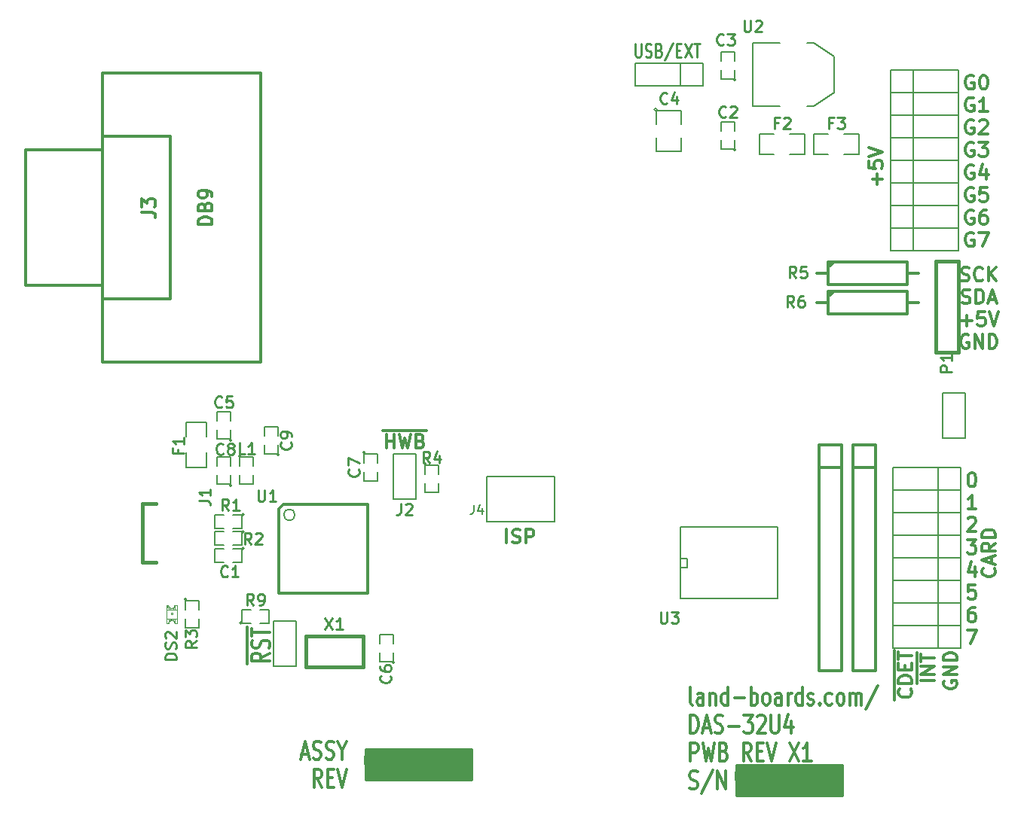
<source format=gto>
G04 (created by PCBNEW (2013-05-31 BZR 4019)-stable) date 6/28/2014 2:34:58 PM*
%MOIN*%
G04 Gerber Fmt 3.4, Leading zero omitted, Abs format*
%FSLAX34Y34*%
G01*
G70*
G90*
G04 APERTURE LIST*
%ADD10C,0.00590551*%
%ADD11C,0.012*%
%ADD12C,0.01125*%
%ADD13C,0.025*%
%ADD14C,0.015*%
%ADD15C,0.005*%
%ADD16C,0.0026*%
%ADD17C,0.004*%
%ADD18C,0.002*%
%ADD19C,0.008*%
%ADD20C,0.006*%
%ADD21C,0.01*%
G04 APERTURE END LIST*
G54D10*
G54D11*
X46514Y-43942D02*
X46514Y-43342D01*
X46771Y-43914D02*
X46857Y-43942D01*
X47000Y-43942D01*
X47057Y-43914D01*
X47085Y-43885D01*
X47114Y-43828D01*
X47114Y-43771D01*
X47085Y-43714D01*
X47057Y-43685D01*
X47000Y-43657D01*
X46885Y-43628D01*
X46828Y-43600D01*
X46800Y-43571D01*
X46771Y-43514D01*
X46771Y-43457D01*
X46800Y-43400D01*
X46828Y-43371D01*
X46885Y-43342D01*
X47028Y-43342D01*
X47114Y-43371D01*
X47371Y-43942D02*
X47371Y-43342D01*
X47600Y-43342D01*
X47657Y-43371D01*
X47685Y-43400D01*
X47714Y-43457D01*
X47714Y-43542D01*
X47685Y-43600D01*
X47657Y-43628D01*
X47600Y-43657D01*
X47371Y-43657D01*
X41185Y-39742D02*
X41185Y-39142D01*
X41185Y-39428D02*
X41528Y-39428D01*
X41528Y-39742D02*
X41528Y-39142D01*
X41757Y-39142D02*
X41900Y-39742D01*
X42014Y-39314D01*
X42128Y-39742D01*
X42271Y-39142D01*
X42700Y-39428D02*
X42785Y-39457D01*
X42814Y-39485D01*
X42842Y-39542D01*
X42842Y-39628D01*
X42814Y-39685D01*
X42785Y-39714D01*
X42728Y-39742D01*
X42500Y-39742D01*
X42500Y-39142D01*
X42700Y-39142D01*
X42757Y-39171D01*
X42785Y-39200D01*
X42814Y-39257D01*
X42814Y-39314D01*
X42785Y-39371D01*
X42757Y-39400D01*
X42700Y-39428D01*
X42500Y-39428D01*
X41042Y-38960D02*
X42957Y-38960D01*
X37442Y-53295D02*
X37728Y-53295D01*
X37385Y-53523D02*
X37585Y-52723D01*
X37785Y-53523D01*
X37957Y-53485D02*
X38042Y-53523D01*
X38185Y-53523D01*
X38242Y-53485D01*
X38271Y-53447D01*
X38299Y-53371D01*
X38299Y-53295D01*
X38271Y-53219D01*
X38242Y-53180D01*
X38185Y-53142D01*
X38071Y-53104D01*
X38014Y-53066D01*
X37985Y-53028D01*
X37957Y-52952D01*
X37957Y-52876D01*
X37985Y-52800D01*
X38014Y-52761D01*
X38071Y-52723D01*
X38214Y-52723D01*
X38299Y-52761D01*
X38528Y-53485D02*
X38614Y-53523D01*
X38757Y-53523D01*
X38814Y-53485D01*
X38842Y-53447D01*
X38871Y-53371D01*
X38871Y-53295D01*
X38842Y-53219D01*
X38814Y-53180D01*
X38757Y-53142D01*
X38642Y-53104D01*
X38585Y-53066D01*
X38557Y-53028D01*
X38528Y-52952D01*
X38528Y-52876D01*
X38557Y-52800D01*
X38585Y-52761D01*
X38642Y-52723D01*
X38785Y-52723D01*
X38871Y-52761D01*
X39242Y-53142D02*
X39242Y-53523D01*
X39042Y-52723D02*
X39242Y-53142D01*
X39442Y-52723D01*
X38328Y-54763D02*
X38128Y-54382D01*
X37985Y-54763D02*
X37985Y-53963D01*
X38214Y-53963D01*
X38271Y-54001D01*
X38300Y-54040D01*
X38328Y-54116D01*
X38328Y-54230D01*
X38300Y-54306D01*
X38271Y-54344D01*
X38214Y-54382D01*
X37985Y-54382D01*
X38585Y-54344D02*
X38785Y-54344D01*
X38871Y-54763D02*
X38585Y-54763D01*
X38585Y-53963D01*
X38871Y-53963D01*
X39042Y-53963D02*
X39242Y-54763D01*
X39442Y-53963D01*
X62914Y-28071D02*
X62914Y-27614D01*
X63142Y-27842D02*
X62685Y-27842D01*
X62542Y-27042D02*
X62542Y-27328D01*
X62828Y-27357D01*
X62800Y-27328D01*
X62771Y-27271D01*
X62771Y-27128D01*
X62800Y-27071D01*
X62828Y-27042D01*
X62885Y-27014D01*
X63028Y-27014D01*
X63085Y-27042D01*
X63114Y-27071D01*
X63142Y-27128D01*
X63142Y-27271D01*
X63114Y-27328D01*
X63085Y-27357D01*
X62542Y-26842D02*
X63142Y-26642D01*
X62542Y-26442D01*
X67166Y-23257D02*
X67106Y-23227D01*
X67017Y-23227D01*
X66927Y-23257D01*
X66868Y-23317D01*
X66838Y-23376D01*
X66808Y-23495D01*
X66808Y-23585D01*
X66838Y-23704D01*
X66868Y-23763D01*
X66927Y-23823D01*
X67017Y-23852D01*
X67076Y-23852D01*
X67166Y-23823D01*
X67195Y-23793D01*
X67195Y-23585D01*
X67076Y-23585D01*
X67582Y-23227D02*
X67642Y-23227D01*
X67701Y-23257D01*
X67731Y-23287D01*
X67761Y-23347D01*
X67791Y-23466D01*
X67791Y-23614D01*
X67761Y-23733D01*
X67731Y-23793D01*
X67701Y-23823D01*
X67642Y-23852D01*
X67582Y-23852D01*
X67523Y-23823D01*
X67493Y-23793D01*
X67463Y-23733D01*
X67433Y-23614D01*
X67433Y-23466D01*
X67463Y-23347D01*
X67493Y-23287D01*
X67523Y-23257D01*
X67582Y-23227D01*
X67166Y-24252D02*
X67106Y-24222D01*
X67017Y-24222D01*
X66927Y-24252D01*
X66868Y-24312D01*
X66838Y-24371D01*
X66808Y-24490D01*
X66808Y-24580D01*
X66838Y-24699D01*
X66868Y-24758D01*
X66927Y-24818D01*
X67017Y-24847D01*
X67076Y-24847D01*
X67166Y-24818D01*
X67195Y-24788D01*
X67195Y-24580D01*
X67076Y-24580D01*
X67791Y-24847D02*
X67433Y-24847D01*
X67612Y-24847D02*
X67612Y-24222D01*
X67552Y-24312D01*
X67493Y-24371D01*
X67433Y-24401D01*
X67166Y-25247D02*
X67106Y-25217D01*
X67017Y-25217D01*
X66927Y-25247D01*
X66868Y-25307D01*
X66838Y-25366D01*
X66808Y-25485D01*
X66808Y-25575D01*
X66838Y-25694D01*
X66868Y-25753D01*
X66927Y-25813D01*
X67017Y-25842D01*
X67076Y-25842D01*
X67166Y-25813D01*
X67195Y-25783D01*
X67195Y-25575D01*
X67076Y-25575D01*
X67433Y-25277D02*
X67463Y-25247D01*
X67523Y-25217D01*
X67672Y-25217D01*
X67731Y-25247D01*
X67761Y-25277D01*
X67791Y-25337D01*
X67791Y-25396D01*
X67761Y-25485D01*
X67404Y-25842D01*
X67791Y-25842D01*
X67166Y-26242D02*
X67106Y-26212D01*
X67017Y-26212D01*
X66927Y-26242D01*
X66868Y-26302D01*
X66838Y-26361D01*
X66808Y-26480D01*
X66808Y-26570D01*
X66838Y-26689D01*
X66868Y-26748D01*
X66927Y-26808D01*
X67017Y-26837D01*
X67076Y-26837D01*
X67166Y-26808D01*
X67195Y-26778D01*
X67195Y-26570D01*
X67076Y-26570D01*
X67404Y-26212D02*
X67791Y-26212D01*
X67582Y-26451D01*
X67672Y-26451D01*
X67731Y-26480D01*
X67761Y-26510D01*
X67791Y-26570D01*
X67791Y-26718D01*
X67761Y-26778D01*
X67731Y-26808D01*
X67672Y-26837D01*
X67493Y-26837D01*
X67433Y-26808D01*
X67404Y-26778D01*
X67166Y-27237D02*
X67106Y-27207D01*
X67017Y-27207D01*
X66927Y-27237D01*
X66868Y-27297D01*
X66838Y-27356D01*
X66808Y-27475D01*
X66808Y-27565D01*
X66838Y-27684D01*
X66868Y-27743D01*
X66927Y-27803D01*
X67017Y-27832D01*
X67076Y-27832D01*
X67166Y-27803D01*
X67195Y-27773D01*
X67195Y-27565D01*
X67076Y-27565D01*
X67731Y-27416D02*
X67731Y-27832D01*
X67582Y-27178D02*
X67433Y-27624D01*
X67820Y-27624D01*
X67166Y-28232D02*
X67106Y-28202D01*
X67017Y-28202D01*
X66927Y-28232D01*
X66868Y-28292D01*
X66838Y-28351D01*
X66808Y-28470D01*
X66808Y-28560D01*
X66838Y-28679D01*
X66868Y-28738D01*
X66927Y-28798D01*
X67017Y-28827D01*
X67076Y-28827D01*
X67166Y-28798D01*
X67195Y-28768D01*
X67195Y-28560D01*
X67076Y-28560D01*
X67761Y-28202D02*
X67463Y-28202D01*
X67433Y-28500D01*
X67463Y-28470D01*
X67523Y-28441D01*
X67672Y-28441D01*
X67731Y-28470D01*
X67761Y-28500D01*
X67791Y-28560D01*
X67791Y-28708D01*
X67761Y-28768D01*
X67731Y-28798D01*
X67672Y-28827D01*
X67523Y-28827D01*
X67463Y-28798D01*
X67433Y-28768D01*
X67166Y-29227D02*
X67106Y-29197D01*
X67017Y-29197D01*
X66927Y-29227D01*
X66868Y-29287D01*
X66838Y-29346D01*
X66808Y-29465D01*
X66808Y-29555D01*
X66838Y-29674D01*
X66868Y-29733D01*
X66927Y-29793D01*
X67017Y-29822D01*
X67076Y-29822D01*
X67166Y-29793D01*
X67195Y-29763D01*
X67195Y-29555D01*
X67076Y-29555D01*
X67731Y-29197D02*
X67612Y-29197D01*
X67552Y-29227D01*
X67523Y-29257D01*
X67463Y-29346D01*
X67433Y-29465D01*
X67433Y-29703D01*
X67463Y-29763D01*
X67493Y-29793D01*
X67552Y-29822D01*
X67672Y-29822D01*
X67731Y-29793D01*
X67761Y-29763D01*
X67791Y-29703D01*
X67791Y-29555D01*
X67761Y-29495D01*
X67731Y-29465D01*
X67672Y-29436D01*
X67552Y-29436D01*
X67493Y-29465D01*
X67463Y-29495D01*
X67433Y-29555D01*
X67166Y-30222D02*
X67106Y-30192D01*
X67017Y-30192D01*
X66927Y-30222D01*
X66868Y-30282D01*
X66838Y-30341D01*
X66808Y-30460D01*
X66808Y-30550D01*
X66838Y-30669D01*
X66868Y-30728D01*
X66927Y-30788D01*
X67017Y-30817D01*
X67076Y-30817D01*
X67166Y-30788D01*
X67195Y-30758D01*
X67195Y-30550D01*
X67076Y-30550D01*
X67404Y-30192D02*
X67820Y-30192D01*
X67552Y-30817D01*
X66628Y-32323D02*
X66714Y-32352D01*
X66857Y-32352D01*
X66914Y-32323D01*
X66942Y-32293D01*
X66971Y-32233D01*
X66971Y-32174D01*
X66942Y-32114D01*
X66914Y-32085D01*
X66857Y-32055D01*
X66742Y-32025D01*
X66685Y-31995D01*
X66657Y-31966D01*
X66628Y-31906D01*
X66628Y-31847D01*
X66657Y-31787D01*
X66685Y-31757D01*
X66742Y-31727D01*
X66885Y-31727D01*
X66971Y-31757D01*
X67571Y-32293D02*
X67542Y-32323D01*
X67457Y-32352D01*
X67400Y-32352D01*
X67314Y-32323D01*
X67257Y-32263D01*
X67228Y-32204D01*
X67200Y-32085D01*
X67200Y-31995D01*
X67228Y-31876D01*
X67257Y-31817D01*
X67314Y-31757D01*
X67400Y-31727D01*
X67457Y-31727D01*
X67542Y-31757D01*
X67571Y-31787D01*
X67828Y-32352D02*
X67828Y-31727D01*
X68171Y-32352D02*
X67914Y-31995D01*
X68171Y-31727D02*
X67828Y-32085D01*
X66671Y-33318D02*
X66757Y-33347D01*
X66900Y-33347D01*
X66957Y-33318D01*
X66985Y-33288D01*
X67014Y-33228D01*
X67014Y-33169D01*
X66985Y-33109D01*
X66957Y-33080D01*
X66900Y-33050D01*
X66785Y-33020D01*
X66728Y-32990D01*
X66700Y-32961D01*
X66671Y-32901D01*
X66671Y-32842D01*
X66700Y-32782D01*
X66728Y-32752D01*
X66785Y-32722D01*
X66928Y-32722D01*
X67014Y-32752D01*
X67271Y-33347D02*
X67271Y-32722D01*
X67414Y-32722D01*
X67500Y-32752D01*
X67557Y-32812D01*
X67585Y-32871D01*
X67614Y-32990D01*
X67614Y-33080D01*
X67585Y-33199D01*
X67557Y-33258D01*
X67500Y-33318D01*
X67414Y-33347D01*
X67271Y-33347D01*
X67842Y-33169D02*
X68128Y-33169D01*
X67785Y-33347D02*
X67985Y-32722D01*
X68185Y-33347D01*
X66628Y-34104D02*
X67085Y-34104D01*
X66857Y-34342D02*
X66857Y-33866D01*
X67657Y-33717D02*
X67371Y-33717D01*
X67342Y-34015D01*
X67371Y-33985D01*
X67428Y-33956D01*
X67571Y-33956D01*
X67628Y-33985D01*
X67657Y-34015D01*
X67685Y-34075D01*
X67685Y-34223D01*
X67657Y-34283D01*
X67628Y-34313D01*
X67571Y-34342D01*
X67428Y-34342D01*
X67371Y-34313D01*
X67342Y-34283D01*
X67857Y-33717D02*
X68057Y-34342D01*
X68257Y-33717D01*
X66942Y-34742D02*
X66885Y-34712D01*
X66800Y-34712D01*
X66714Y-34742D01*
X66657Y-34802D01*
X66628Y-34861D01*
X66600Y-34980D01*
X66600Y-35070D01*
X66628Y-35189D01*
X66657Y-35248D01*
X66714Y-35308D01*
X66800Y-35337D01*
X66857Y-35337D01*
X66942Y-35308D01*
X66971Y-35278D01*
X66971Y-35070D01*
X66857Y-35070D01*
X67228Y-35337D02*
X67228Y-34712D01*
X67571Y-35337D01*
X67571Y-34712D01*
X67857Y-35337D02*
X67857Y-34712D01*
X68000Y-34712D01*
X68085Y-34742D01*
X68142Y-34802D01*
X68171Y-34861D01*
X68200Y-34980D01*
X68200Y-35070D01*
X68171Y-35189D01*
X68142Y-35248D01*
X68085Y-35308D01*
X68000Y-35337D01*
X67857Y-35337D01*
X68085Y-45071D02*
X68114Y-45100D01*
X68142Y-45185D01*
X68142Y-45242D01*
X68114Y-45328D01*
X68057Y-45385D01*
X68000Y-45414D01*
X67885Y-45442D01*
X67800Y-45442D01*
X67685Y-45414D01*
X67628Y-45385D01*
X67571Y-45328D01*
X67542Y-45242D01*
X67542Y-45185D01*
X67571Y-45100D01*
X67600Y-45071D01*
X67971Y-44842D02*
X67971Y-44557D01*
X68142Y-44900D02*
X67542Y-44700D01*
X68142Y-44500D01*
X68142Y-43957D02*
X67857Y-44157D01*
X68142Y-44300D02*
X67542Y-44300D01*
X67542Y-44071D01*
X67571Y-44014D01*
X67600Y-43985D01*
X67657Y-43957D01*
X67742Y-43957D01*
X67800Y-43985D01*
X67828Y-44014D01*
X67857Y-44071D01*
X67857Y-44300D01*
X68142Y-43700D02*
X67542Y-43700D01*
X67542Y-43557D01*
X67571Y-43471D01*
X67628Y-43414D01*
X67685Y-43385D01*
X67800Y-43357D01*
X67885Y-43357D01*
X68000Y-43385D01*
X68057Y-43414D01*
X68114Y-43471D01*
X68142Y-43557D01*
X68142Y-43700D01*
X67070Y-40827D02*
X67129Y-40827D01*
X67189Y-40857D01*
X67219Y-40887D01*
X67248Y-40947D01*
X67278Y-41066D01*
X67278Y-41214D01*
X67248Y-41333D01*
X67219Y-41393D01*
X67189Y-41423D01*
X67129Y-41452D01*
X67070Y-41452D01*
X67010Y-41423D01*
X66980Y-41393D01*
X66951Y-41333D01*
X66921Y-41214D01*
X66921Y-41066D01*
X66951Y-40947D01*
X66980Y-40887D01*
X67010Y-40857D01*
X67070Y-40827D01*
X67278Y-42447D02*
X66921Y-42447D01*
X67100Y-42447D02*
X67100Y-41822D01*
X67040Y-41912D01*
X66980Y-41971D01*
X66921Y-42001D01*
X66921Y-42877D02*
X66951Y-42847D01*
X67010Y-42817D01*
X67159Y-42817D01*
X67219Y-42847D01*
X67248Y-42877D01*
X67278Y-42937D01*
X67278Y-42996D01*
X67248Y-43085D01*
X66891Y-43442D01*
X67278Y-43442D01*
X66891Y-43812D02*
X67278Y-43812D01*
X67070Y-44051D01*
X67159Y-44051D01*
X67219Y-44080D01*
X67248Y-44110D01*
X67278Y-44170D01*
X67278Y-44318D01*
X67248Y-44378D01*
X67219Y-44408D01*
X67159Y-44437D01*
X66980Y-44437D01*
X66921Y-44408D01*
X66891Y-44378D01*
X67219Y-45016D02*
X67219Y-45432D01*
X67070Y-44778D02*
X66921Y-45224D01*
X67308Y-45224D01*
X67248Y-45802D02*
X66951Y-45802D01*
X66921Y-46100D01*
X66951Y-46070D01*
X67010Y-46041D01*
X67159Y-46041D01*
X67219Y-46070D01*
X67248Y-46100D01*
X67278Y-46160D01*
X67278Y-46308D01*
X67248Y-46368D01*
X67219Y-46398D01*
X67159Y-46427D01*
X67010Y-46427D01*
X66951Y-46398D01*
X66921Y-46368D01*
X67219Y-46797D02*
X67100Y-46797D01*
X67040Y-46827D01*
X67010Y-46857D01*
X66951Y-46946D01*
X66921Y-47065D01*
X66921Y-47303D01*
X66951Y-47363D01*
X66980Y-47393D01*
X67040Y-47422D01*
X67159Y-47422D01*
X67219Y-47393D01*
X67248Y-47363D01*
X67278Y-47303D01*
X67278Y-47155D01*
X67248Y-47095D01*
X67219Y-47065D01*
X67159Y-47036D01*
X67040Y-47036D01*
X66980Y-47065D01*
X66951Y-47095D01*
X66921Y-47155D01*
X66891Y-47792D02*
X67308Y-47792D01*
X67040Y-48417D01*
X65871Y-50057D02*
X65842Y-50114D01*
X65842Y-50199D01*
X65871Y-50285D01*
X65928Y-50342D01*
X65985Y-50371D01*
X66100Y-50399D01*
X66185Y-50399D01*
X66300Y-50371D01*
X66357Y-50342D01*
X66414Y-50285D01*
X66442Y-50199D01*
X66442Y-50142D01*
X66414Y-50057D01*
X66385Y-50028D01*
X66185Y-50028D01*
X66185Y-50142D01*
X66442Y-49771D02*
X65842Y-49771D01*
X66442Y-49428D01*
X65842Y-49428D01*
X66442Y-49142D02*
X65842Y-49142D01*
X65842Y-49000D01*
X65871Y-48914D01*
X65928Y-48857D01*
X65985Y-48828D01*
X66100Y-48800D01*
X66185Y-48800D01*
X66300Y-48828D01*
X66357Y-48857D01*
X66414Y-48914D01*
X66442Y-49000D01*
X66442Y-49142D01*
X65442Y-50042D02*
X64842Y-50042D01*
X65442Y-49757D02*
X64842Y-49757D01*
X65442Y-49414D01*
X64842Y-49414D01*
X64842Y-49214D02*
X64842Y-48871D01*
X65442Y-49042D02*
X64842Y-49042D01*
X64660Y-50185D02*
X64660Y-48814D01*
X64385Y-50414D02*
X64414Y-50442D01*
X64442Y-50528D01*
X64442Y-50585D01*
X64414Y-50671D01*
X64357Y-50728D01*
X64300Y-50757D01*
X64185Y-50785D01*
X64100Y-50785D01*
X63985Y-50757D01*
X63928Y-50728D01*
X63871Y-50671D01*
X63842Y-50585D01*
X63842Y-50528D01*
X63871Y-50442D01*
X63900Y-50414D01*
X64442Y-50157D02*
X63842Y-50157D01*
X63842Y-50014D01*
X63871Y-49928D01*
X63928Y-49871D01*
X63985Y-49842D01*
X64100Y-49814D01*
X64185Y-49814D01*
X64300Y-49842D01*
X64357Y-49871D01*
X64414Y-49928D01*
X64442Y-50014D01*
X64442Y-50157D01*
X64128Y-49557D02*
X64128Y-49357D01*
X64442Y-49271D02*
X64442Y-49557D01*
X63842Y-49557D01*
X63842Y-49271D01*
X63842Y-49100D02*
X63842Y-48757D01*
X64442Y-48928D02*
X63842Y-48928D01*
X63660Y-50900D02*
X63660Y-48700D01*
X36023Y-48828D02*
X35642Y-49028D01*
X36023Y-49171D02*
X35223Y-49171D01*
X35223Y-48942D01*
X35261Y-48885D01*
X35300Y-48857D01*
X35376Y-48828D01*
X35490Y-48828D01*
X35566Y-48857D01*
X35604Y-48885D01*
X35642Y-48942D01*
X35642Y-49171D01*
X35985Y-48600D02*
X36023Y-48514D01*
X36023Y-48371D01*
X35985Y-48314D01*
X35947Y-48285D01*
X35871Y-48257D01*
X35795Y-48257D01*
X35719Y-48285D01*
X35680Y-48314D01*
X35642Y-48371D01*
X35604Y-48485D01*
X35566Y-48542D01*
X35528Y-48571D01*
X35452Y-48600D01*
X35376Y-48600D01*
X35300Y-48571D01*
X35261Y-48542D01*
X35223Y-48485D01*
X35223Y-48342D01*
X35261Y-48257D01*
X35223Y-48085D02*
X35223Y-47742D01*
X36023Y-47914D02*
X35223Y-47914D01*
X35040Y-49314D02*
X35040Y-47685D01*
G54D12*
X52207Y-21842D02*
X52207Y-22328D01*
X52228Y-22385D01*
X52250Y-22414D01*
X52292Y-22442D01*
X52378Y-22442D01*
X52421Y-22414D01*
X52442Y-22385D01*
X52464Y-22328D01*
X52464Y-21842D01*
X52657Y-22414D02*
X52721Y-22442D01*
X52828Y-22442D01*
X52871Y-22414D01*
X52892Y-22385D01*
X52914Y-22328D01*
X52914Y-22271D01*
X52892Y-22214D01*
X52871Y-22185D01*
X52828Y-22157D01*
X52742Y-22128D01*
X52700Y-22100D01*
X52678Y-22071D01*
X52657Y-22014D01*
X52657Y-21957D01*
X52678Y-21900D01*
X52700Y-21871D01*
X52742Y-21842D01*
X52850Y-21842D01*
X52914Y-21871D01*
X53257Y-22128D02*
X53321Y-22157D01*
X53342Y-22185D01*
X53364Y-22242D01*
X53364Y-22328D01*
X53342Y-22385D01*
X53321Y-22414D01*
X53278Y-22442D01*
X53107Y-22442D01*
X53107Y-21842D01*
X53257Y-21842D01*
X53300Y-21871D01*
X53321Y-21900D01*
X53342Y-21957D01*
X53342Y-22014D01*
X53321Y-22071D01*
X53300Y-22100D01*
X53257Y-22128D01*
X53107Y-22128D01*
X53878Y-21814D02*
X53492Y-22585D01*
X54028Y-22128D02*
X54178Y-22128D01*
X54242Y-22442D02*
X54028Y-22442D01*
X54028Y-21842D01*
X54242Y-21842D01*
X54392Y-21842D02*
X54692Y-22442D01*
X54692Y-21842D02*
X54392Y-22442D01*
X54800Y-21842D02*
X55057Y-21842D01*
X54928Y-22442D02*
X54928Y-21842D01*
G54D11*
X54728Y-51123D02*
X54671Y-51085D01*
X54642Y-51009D01*
X54642Y-50323D01*
X55214Y-51123D02*
X55214Y-50704D01*
X55185Y-50628D01*
X55128Y-50590D01*
X55014Y-50590D01*
X54957Y-50628D01*
X55214Y-51085D02*
X55157Y-51123D01*
X55014Y-51123D01*
X54957Y-51085D01*
X54928Y-51009D01*
X54928Y-50933D01*
X54957Y-50857D01*
X55014Y-50819D01*
X55157Y-50819D01*
X55214Y-50780D01*
X55500Y-50590D02*
X55500Y-51123D01*
X55500Y-50666D02*
X55528Y-50628D01*
X55585Y-50590D01*
X55671Y-50590D01*
X55728Y-50628D01*
X55757Y-50704D01*
X55757Y-51123D01*
X56300Y-51123D02*
X56300Y-50323D01*
X56300Y-51085D02*
X56242Y-51123D01*
X56128Y-51123D01*
X56071Y-51085D01*
X56042Y-51047D01*
X56014Y-50971D01*
X56014Y-50742D01*
X56042Y-50666D01*
X56071Y-50628D01*
X56128Y-50590D01*
X56242Y-50590D01*
X56300Y-50628D01*
X56585Y-50819D02*
X57042Y-50819D01*
X57328Y-51123D02*
X57328Y-50323D01*
X57328Y-50628D02*
X57385Y-50590D01*
X57500Y-50590D01*
X57557Y-50628D01*
X57585Y-50666D01*
X57614Y-50742D01*
X57614Y-50971D01*
X57585Y-51047D01*
X57557Y-51085D01*
X57500Y-51123D01*
X57385Y-51123D01*
X57328Y-51085D01*
X57957Y-51123D02*
X57900Y-51085D01*
X57871Y-51047D01*
X57842Y-50971D01*
X57842Y-50742D01*
X57871Y-50666D01*
X57900Y-50628D01*
X57957Y-50590D01*
X58042Y-50590D01*
X58100Y-50628D01*
X58128Y-50666D01*
X58157Y-50742D01*
X58157Y-50971D01*
X58128Y-51047D01*
X58100Y-51085D01*
X58042Y-51123D01*
X57957Y-51123D01*
X58671Y-51123D02*
X58671Y-50704D01*
X58642Y-50628D01*
X58585Y-50590D01*
X58471Y-50590D01*
X58414Y-50628D01*
X58671Y-51085D02*
X58614Y-51123D01*
X58471Y-51123D01*
X58414Y-51085D01*
X58385Y-51009D01*
X58385Y-50933D01*
X58414Y-50857D01*
X58471Y-50819D01*
X58614Y-50819D01*
X58671Y-50780D01*
X58957Y-51123D02*
X58957Y-50590D01*
X58957Y-50742D02*
X58985Y-50666D01*
X59014Y-50628D01*
X59071Y-50590D01*
X59128Y-50590D01*
X59585Y-51123D02*
X59585Y-50323D01*
X59585Y-51085D02*
X59528Y-51123D01*
X59414Y-51123D01*
X59357Y-51085D01*
X59328Y-51047D01*
X59300Y-50971D01*
X59300Y-50742D01*
X59328Y-50666D01*
X59357Y-50628D01*
X59414Y-50590D01*
X59528Y-50590D01*
X59585Y-50628D01*
X59842Y-51085D02*
X59900Y-51123D01*
X60014Y-51123D01*
X60071Y-51085D01*
X60100Y-51009D01*
X60100Y-50971D01*
X60071Y-50895D01*
X60014Y-50857D01*
X59928Y-50857D01*
X59871Y-50819D01*
X59842Y-50742D01*
X59842Y-50704D01*
X59871Y-50628D01*
X59928Y-50590D01*
X60014Y-50590D01*
X60071Y-50628D01*
X60357Y-51047D02*
X60385Y-51085D01*
X60357Y-51123D01*
X60328Y-51085D01*
X60357Y-51047D01*
X60357Y-51123D01*
X60899Y-51085D02*
X60842Y-51123D01*
X60728Y-51123D01*
X60671Y-51085D01*
X60642Y-51047D01*
X60614Y-50971D01*
X60614Y-50742D01*
X60642Y-50666D01*
X60671Y-50628D01*
X60728Y-50590D01*
X60842Y-50590D01*
X60899Y-50628D01*
X61242Y-51123D02*
X61185Y-51085D01*
X61157Y-51047D01*
X61128Y-50971D01*
X61128Y-50742D01*
X61157Y-50666D01*
X61185Y-50628D01*
X61242Y-50590D01*
X61328Y-50590D01*
X61385Y-50628D01*
X61414Y-50666D01*
X61442Y-50742D01*
X61442Y-50971D01*
X61414Y-51047D01*
X61385Y-51085D01*
X61328Y-51123D01*
X61242Y-51123D01*
X61699Y-51123D02*
X61699Y-50590D01*
X61699Y-50666D02*
X61728Y-50628D01*
X61785Y-50590D01*
X61871Y-50590D01*
X61928Y-50628D01*
X61957Y-50704D01*
X61957Y-51123D01*
X61957Y-50704D02*
X61985Y-50628D01*
X62042Y-50590D01*
X62128Y-50590D01*
X62185Y-50628D01*
X62214Y-50704D01*
X62214Y-51123D01*
X62928Y-50285D02*
X62414Y-51314D01*
X54642Y-52363D02*
X54642Y-51563D01*
X54785Y-51563D01*
X54871Y-51601D01*
X54928Y-51678D01*
X54957Y-51754D01*
X54985Y-51906D01*
X54985Y-52020D01*
X54957Y-52173D01*
X54928Y-52249D01*
X54871Y-52325D01*
X54785Y-52363D01*
X54642Y-52363D01*
X55214Y-52135D02*
X55500Y-52135D01*
X55157Y-52363D02*
X55357Y-51563D01*
X55557Y-52363D01*
X55728Y-52325D02*
X55814Y-52363D01*
X55957Y-52363D01*
X56014Y-52325D01*
X56042Y-52287D01*
X56071Y-52211D01*
X56071Y-52135D01*
X56042Y-52059D01*
X56014Y-52020D01*
X55957Y-51982D01*
X55842Y-51944D01*
X55785Y-51906D01*
X55757Y-51868D01*
X55728Y-51792D01*
X55728Y-51716D01*
X55757Y-51640D01*
X55785Y-51601D01*
X55842Y-51563D01*
X55985Y-51563D01*
X56071Y-51601D01*
X56328Y-52059D02*
X56785Y-52059D01*
X57014Y-51563D02*
X57385Y-51563D01*
X57185Y-51868D01*
X57271Y-51868D01*
X57328Y-51906D01*
X57357Y-51944D01*
X57385Y-52020D01*
X57385Y-52211D01*
X57357Y-52287D01*
X57328Y-52325D01*
X57271Y-52363D01*
X57100Y-52363D01*
X57042Y-52325D01*
X57014Y-52287D01*
X57614Y-51640D02*
X57642Y-51601D01*
X57700Y-51563D01*
X57842Y-51563D01*
X57900Y-51601D01*
X57928Y-51640D01*
X57957Y-51716D01*
X57957Y-51792D01*
X57928Y-51906D01*
X57585Y-52363D01*
X57957Y-52363D01*
X58214Y-51563D02*
X58214Y-52211D01*
X58242Y-52287D01*
X58271Y-52325D01*
X58328Y-52363D01*
X58442Y-52363D01*
X58500Y-52325D01*
X58528Y-52287D01*
X58557Y-52211D01*
X58557Y-51563D01*
X59100Y-51830D02*
X59100Y-52363D01*
X58957Y-51525D02*
X58814Y-52097D01*
X59185Y-52097D01*
X54642Y-53603D02*
X54642Y-52803D01*
X54871Y-52803D01*
X54928Y-52841D01*
X54957Y-52880D01*
X54985Y-52956D01*
X54985Y-53070D01*
X54957Y-53146D01*
X54928Y-53184D01*
X54871Y-53222D01*
X54642Y-53222D01*
X55185Y-52803D02*
X55328Y-53603D01*
X55442Y-53032D01*
X55557Y-53603D01*
X55700Y-52803D01*
X56128Y-53184D02*
X56214Y-53222D01*
X56242Y-53260D01*
X56271Y-53337D01*
X56271Y-53451D01*
X56242Y-53527D01*
X56214Y-53565D01*
X56157Y-53603D01*
X55928Y-53603D01*
X55928Y-52803D01*
X56128Y-52803D01*
X56185Y-52841D01*
X56214Y-52880D01*
X56242Y-52956D01*
X56242Y-53032D01*
X56214Y-53108D01*
X56185Y-53146D01*
X56128Y-53184D01*
X55928Y-53184D01*
X57328Y-53603D02*
X57128Y-53222D01*
X56985Y-53603D02*
X56985Y-52803D01*
X57214Y-52803D01*
X57271Y-52841D01*
X57300Y-52880D01*
X57328Y-52956D01*
X57328Y-53070D01*
X57300Y-53146D01*
X57271Y-53184D01*
X57214Y-53222D01*
X56985Y-53222D01*
X57585Y-53184D02*
X57785Y-53184D01*
X57871Y-53603D02*
X57585Y-53603D01*
X57585Y-52803D01*
X57871Y-52803D01*
X58042Y-52803D02*
X58242Y-53603D01*
X58442Y-52803D01*
X59042Y-52803D02*
X59442Y-53603D01*
X59442Y-52803D02*
X59042Y-53603D01*
X59985Y-53603D02*
X59642Y-53603D01*
X59814Y-53603D02*
X59814Y-52803D01*
X59757Y-52918D01*
X59700Y-52994D01*
X59642Y-53032D01*
X54614Y-54805D02*
X54700Y-54843D01*
X54842Y-54843D01*
X54900Y-54805D01*
X54928Y-54767D01*
X54957Y-54691D01*
X54957Y-54615D01*
X54928Y-54539D01*
X54900Y-54500D01*
X54842Y-54462D01*
X54728Y-54424D01*
X54671Y-54386D01*
X54642Y-54348D01*
X54614Y-54272D01*
X54614Y-54196D01*
X54642Y-54120D01*
X54671Y-54081D01*
X54728Y-54043D01*
X54871Y-54043D01*
X54957Y-54081D01*
X55642Y-54005D02*
X55128Y-55034D01*
X55842Y-54843D02*
X55842Y-54043D01*
X56185Y-54843D01*
X56185Y-54043D01*
G54D13*
X44900Y-54200D02*
X40400Y-54200D01*
X40400Y-54200D02*
X40400Y-53950D01*
X40400Y-53950D02*
X44900Y-53950D01*
X44900Y-53950D02*
X44900Y-53700D01*
X44900Y-53700D02*
X40350Y-53700D01*
X40350Y-53700D02*
X40350Y-53450D01*
X40350Y-53450D02*
X44900Y-53450D01*
X44900Y-53450D02*
X44900Y-53250D01*
X44900Y-53250D02*
X40400Y-53250D01*
G54D14*
X40300Y-54400D02*
X44950Y-54400D01*
X44950Y-54400D02*
X44950Y-53100D01*
X44950Y-53100D02*
X40300Y-53100D01*
X40300Y-53100D02*
X40300Y-54400D01*
X30400Y-42201D02*
X30991Y-42201D01*
X30400Y-44799D02*
X30991Y-44799D01*
X30400Y-42201D02*
X30400Y-44799D01*
G54D15*
X34900Y-42700D02*
G75*
G03X34900Y-42700I-50J0D01*
G74*
G01*
X34400Y-42700D02*
X34800Y-42700D01*
X34800Y-42700D02*
X34800Y-43300D01*
X34800Y-43300D02*
X34400Y-43300D01*
X34000Y-43300D02*
X33600Y-43300D01*
X33600Y-43300D02*
X33600Y-42700D01*
X33600Y-42700D02*
X34000Y-42700D01*
X34900Y-43450D02*
G75*
G03X34900Y-43450I-50J0D01*
G74*
G01*
X34400Y-43450D02*
X34800Y-43450D01*
X34800Y-43450D02*
X34800Y-44050D01*
X34800Y-44050D02*
X34400Y-44050D01*
X34000Y-44050D02*
X33600Y-44050D01*
X33600Y-44050D02*
X33600Y-43450D01*
X33600Y-43450D02*
X34000Y-43450D01*
X32350Y-46450D02*
G75*
G03X32350Y-46450I-50J0D01*
G74*
G01*
X32300Y-46900D02*
X32300Y-46500D01*
X32300Y-46500D02*
X32900Y-46500D01*
X32900Y-46500D02*
X32900Y-46900D01*
X32900Y-47300D02*
X32900Y-47700D01*
X32900Y-47700D02*
X32300Y-47700D01*
X32300Y-47700D02*
X32300Y-47300D01*
X34800Y-47500D02*
G75*
G03X34800Y-47500I-50J0D01*
G74*
G01*
X35200Y-47500D02*
X34800Y-47500D01*
X34800Y-47500D02*
X34800Y-46900D01*
X34800Y-46900D02*
X35200Y-46900D01*
X35600Y-46900D02*
X36000Y-46900D01*
X36000Y-46900D02*
X36000Y-47500D01*
X36000Y-47500D02*
X35600Y-47500D01*
G54D16*
X31818Y-46904D02*
X31946Y-46904D01*
X31946Y-46904D02*
X31946Y-46707D01*
X31818Y-46707D02*
X31946Y-46707D01*
X31818Y-46904D02*
X31818Y-46707D01*
X31573Y-46904D02*
X31632Y-46904D01*
X31632Y-46904D02*
X31632Y-46805D01*
X31573Y-46805D02*
X31632Y-46805D01*
X31573Y-46904D02*
X31573Y-46805D01*
X31768Y-46904D02*
X31827Y-46904D01*
X31827Y-46904D02*
X31827Y-46805D01*
X31768Y-46805D02*
X31827Y-46805D01*
X31768Y-46904D02*
X31768Y-46805D01*
X31622Y-46904D02*
X31778Y-46904D01*
X31778Y-46904D02*
X31778Y-46835D01*
X31622Y-46835D02*
X31778Y-46835D01*
X31622Y-46904D02*
X31622Y-46835D01*
X31818Y-47493D02*
X31946Y-47493D01*
X31946Y-47493D02*
X31946Y-47296D01*
X31818Y-47296D02*
X31946Y-47296D01*
X31818Y-47493D02*
X31818Y-47296D01*
X31454Y-47493D02*
X31582Y-47493D01*
X31582Y-47493D02*
X31582Y-47296D01*
X31454Y-47296D02*
X31582Y-47296D01*
X31454Y-47493D02*
X31454Y-47296D01*
X31768Y-47395D02*
X31827Y-47395D01*
X31827Y-47395D02*
X31827Y-47296D01*
X31768Y-47296D02*
X31827Y-47296D01*
X31768Y-47395D02*
X31768Y-47296D01*
X31573Y-47395D02*
X31632Y-47395D01*
X31632Y-47395D02*
X31632Y-47296D01*
X31573Y-47296D02*
X31632Y-47296D01*
X31573Y-47395D02*
X31573Y-47296D01*
X31622Y-47365D02*
X31778Y-47365D01*
X31778Y-47365D02*
X31778Y-47296D01*
X31622Y-47296D02*
X31778Y-47296D01*
X31622Y-47365D02*
X31622Y-47296D01*
X31661Y-47100D02*
X31739Y-47100D01*
X31739Y-47100D02*
X31739Y-47022D01*
X31661Y-47022D02*
X31739Y-47022D01*
X31661Y-47100D02*
X31661Y-47022D01*
X31464Y-46904D02*
X31582Y-46904D01*
X31582Y-46904D02*
X31582Y-46786D01*
X31464Y-46786D02*
X31582Y-46786D01*
X31464Y-46904D02*
X31464Y-46786D01*
X31454Y-46736D02*
X31543Y-46736D01*
X31543Y-46736D02*
X31543Y-46707D01*
X31454Y-46707D02*
X31543Y-46707D01*
X31454Y-46736D02*
X31454Y-46707D01*
G54D17*
X31926Y-46894D02*
X31926Y-47306D01*
X31474Y-47296D02*
X31474Y-46736D01*
G54D18*
X31551Y-46766D02*
G75*
G03X31551Y-46766I-28J0D01*
G74*
G01*
G54D17*
X31563Y-46707D02*
G75*
G03X31837Y-46707I137J0D01*
G74*
G01*
X31837Y-47493D02*
G75*
G03X31563Y-47493I-137J0D01*
G74*
G01*
G54D15*
X34900Y-44200D02*
G75*
G03X34900Y-44200I-50J0D01*
G74*
G01*
X34400Y-44200D02*
X34800Y-44200D01*
X34800Y-44200D02*
X34800Y-44800D01*
X34800Y-44800D02*
X34400Y-44800D01*
X34000Y-44800D02*
X33600Y-44800D01*
X33600Y-44800D02*
X33600Y-44200D01*
X33600Y-44200D02*
X34000Y-44200D01*
X53170Y-24750D02*
G75*
G03X53170Y-24750I-70J0D01*
G74*
G01*
X54250Y-25400D02*
X54250Y-24800D01*
X54250Y-24800D02*
X53150Y-24800D01*
X53150Y-24800D02*
X53150Y-25400D01*
X53150Y-26000D02*
X53150Y-26600D01*
X53150Y-26600D02*
X54250Y-26600D01*
X54250Y-26600D02*
X54250Y-26000D01*
X34350Y-39400D02*
G75*
G03X34350Y-39400I-50J0D01*
G74*
G01*
X34300Y-38950D02*
X34300Y-39350D01*
X34300Y-39350D02*
X33700Y-39350D01*
X33700Y-39350D02*
X33700Y-38950D01*
X33700Y-38550D02*
X33700Y-38150D01*
X33700Y-38150D02*
X34300Y-38150D01*
X34300Y-38150D02*
X34300Y-38550D01*
X33250Y-38600D02*
X32350Y-38600D01*
X32350Y-38600D02*
X32350Y-39250D01*
X33250Y-39950D02*
X33250Y-40600D01*
X33250Y-40600D02*
X32350Y-40600D01*
X32350Y-40600D02*
X32350Y-39950D01*
X33250Y-39250D02*
X33250Y-38600D01*
G54D11*
X40370Y-42230D02*
X40370Y-46170D01*
X40370Y-46170D02*
X36430Y-46170D01*
X36430Y-42420D02*
X36430Y-46170D01*
X36620Y-42230D02*
X40370Y-42230D01*
X36430Y-42420D02*
X36620Y-42230D01*
G54D19*
X37150Y-42700D02*
G75*
G03X37150Y-42700I-250J0D01*
G74*
G01*
G54D14*
X40180Y-49439D02*
X37620Y-49439D01*
X37620Y-49439D02*
X37620Y-48061D01*
X37620Y-48061D02*
X40180Y-48061D01*
X40180Y-48061D02*
X40180Y-49439D01*
G54D15*
X56650Y-23450D02*
G75*
G03X56650Y-23450I-50J0D01*
G74*
G01*
X56600Y-23000D02*
X56600Y-23400D01*
X56600Y-23400D02*
X56000Y-23400D01*
X56000Y-23400D02*
X56000Y-23000D01*
X56000Y-22600D02*
X56000Y-22200D01*
X56000Y-22200D02*
X56600Y-22200D01*
X56600Y-22200D02*
X56600Y-22600D01*
X56650Y-26550D02*
G75*
G03X56650Y-26550I-50J0D01*
G74*
G01*
X56600Y-26100D02*
X56600Y-26500D01*
X56600Y-26500D02*
X56000Y-26500D01*
X56000Y-26500D02*
X56000Y-26100D01*
X56000Y-25700D02*
X56000Y-25300D01*
X56000Y-25300D02*
X56600Y-25300D01*
X56600Y-25300D02*
X56600Y-25700D01*
G54D19*
X58600Y-21800D02*
X57400Y-21800D01*
X57400Y-21800D02*
X57400Y-24600D01*
X57400Y-24600D02*
X58600Y-24600D01*
X59800Y-21800D02*
X60100Y-21800D01*
X60100Y-21800D02*
X61000Y-22400D01*
X61000Y-22400D02*
X61000Y-24000D01*
X61000Y-24000D02*
X60100Y-24600D01*
X60100Y-24600D02*
X59800Y-24600D01*
G54D20*
X55200Y-22700D02*
X55200Y-23700D01*
X55200Y-23700D02*
X52200Y-23700D01*
X52200Y-23700D02*
X52200Y-22700D01*
X52200Y-22700D02*
X55200Y-22700D01*
X54200Y-23700D02*
X54200Y-22700D01*
X66800Y-39300D02*
X65800Y-39300D01*
X65800Y-39300D02*
X65800Y-37300D01*
X65800Y-37300D02*
X66800Y-37300D01*
X66800Y-37300D02*
X66800Y-39300D01*
X36200Y-47400D02*
X37200Y-47400D01*
X37200Y-47400D02*
X37200Y-49400D01*
X37200Y-49400D02*
X36200Y-49400D01*
X36200Y-49400D02*
X36200Y-47400D01*
G54D15*
X42950Y-40450D02*
G75*
G03X42950Y-40450I-50J0D01*
G74*
G01*
X42900Y-40900D02*
X42900Y-40500D01*
X42900Y-40500D02*
X43500Y-40500D01*
X43500Y-40500D02*
X43500Y-40900D01*
X43500Y-41300D02*
X43500Y-41700D01*
X43500Y-41700D02*
X42900Y-41700D01*
X42900Y-41700D02*
X42900Y-41300D01*
G54D13*
X61300Y-54900D02*
X56800Y-54900D01*
X56800Y-54900D02*
X56800Y-54650D01*
X56800Y-54650D02*
X61300Y-54650D01*
X61300Y-54650D02*
X61300Y-54400D01*
X61300Y-54400D02*
X56750Y-54400D01*
X56750Y-54400D02*
X56750Y-54150D01*
X56750Y-54150D02*
X61300Y-54150D01*
X61300Y-54150D02*
X61300Y-53950D01*
X61300Y-53950D02*
X56800Y-53950D01*
G54D14*
X56700Y-55100D02*
X61350Y-55100D01*
X61350Y-55100D02*
X61350Y-53800D01*
X61350Y-53800D02*
X56700Y-53800D01*
X56700Y-53800D02*
X56700Y-55100D01*
G54D15*
X41550Y-49250D02*
G75*
G03X41550Y-49250I-50J0D01*
G74*
G01*
X41500Y-48800D02*
X41500Y-49200D01*
X41500Y-49200D02*
X40900Y-49200D01*
X40900Y-49200D02*
X40900Y-48800D01*
X40900Y-48400D02*
X40900Y-48000D01*
X40900Y-48000D02*
X41500Y-48000D01*
X41500Y-48000D02*
X41500Y-48400D01*
X40250Y-39950D02*
G75*
G03X40250Y-39950I-50J0D01*
G74*
G01*
X40200Y-40400D02*
X40200Y-40000D01*
X40200Y-40000D02*
X40800Y-40000D01*
X40800Y-40000D02*
X40800Y-40400D01*
X40800Y-40800D02*
X40800Y-41200D01*
X40800Y-41200D02*
X40200Y-41200D01*
X40200Y-41200D02*
X40200Y-40800D01*
X34750Y-40100D02*
G75*
G03X34750Y-40100I-50J0D01*
G74*
G01*
X34700Y-40550D02*
X34700Y-40150D01*
X34700Y-40150D02*
X35300Y-40150D01*
X35300Y-40150D02*
X35300Y-40550D01*
X35300Y-40950D02*
X35300Y-41350D01*
X35300Y-41350D02*
X34700Y-41350D01*
X34700Y-41350D02*
X34700Y-40950D01*
X34350Y-41400D02*
G75*
G03X34350Y-41400I-50J0D01*
G74*
G01*
X34300Y-40950D02*
X34300Y-41350D01*
X34300Y-41350D02*
X33700Y-41350D01*
X33700Y-41350D02*
X33700Y-40950D01*
X33700Y-40550D02*
X33700Y-40150D01*
X33700Y-40150D02*
X34300Y-40150D01*
X34300Y-40150D02*
X34300Y-40550D01*
X36450Y-40050D02*
G75*
G03X36450Y-40050I-50J0D01*
G74*
G01*
X36400Y-39600D02*
X36400Y-40000D01*
X36400Y-40000D02*
X35800Y-40000D01*
X35800Y-40000D02*
X35800Y-39600D01*
X35800Y-39200D02*
X35800Y-38800D01*
X35800Y-38800D02*
X36400Y-38800D01*
X36400Y-38800D02*
X36400Y-39200D01*
G54D11*
X60350Y-39600D02*
X61350Y-39600D01*
X61350Y-39600D02*
X61350Y-49600D01*
X61350Y-49600D02*
X60350Y-49600D01*
X60350Y-49600D02*
X60350Y-39600D01*
X60350Y-40600D02*
X61350Y-40600D01*
X61850Y-39600D02*
X62850Y-39600D01*
X62850Y-39600D02*
X62850Y-49600D01*
X62850Y-49600D02*
X61850Y-49600D01*
X61850Y-49600D02*
X61850Y-39600D01*
X61850Y-40600D02*
X62850Y-40600D01*
X60750Y-32800D02*
X60750Y-33800D01*
X60750Y-33800D02*
X64250Y-33800D01*
X64250Y-33800D02*
X64250Y-32800D01*
X64250Y-32800D02*
X60750Y-32800D01*
X60750Y-33050D02*
X61000Y-32800D01*
X60750Y-33300D02*
X60250Y-33300D01*
X64250Y-33300D02*
X64750Y-33300D01*
X60750Y-31500D02*
X60750Y-32500D01*
X60750Y-32500D02*
X64250Y-32500D01*
X64250Y-32500D02*
X64250Y-31500D01*
X64250Y-31500D02*
X60750Y-31500D01*
X60750Y-31750D02*
X61000Y-31500D01*
X60750Y-32000D02*
X60250Y-32000D01*
X64250Y-32000D02*
X64750Y-32000D01*
G54D14*
X65508Y-35492D02*
X65508Y-31457D01*
X65508Y-31457D02*
X66492Y-31457D01*
X65508Y-35492D02*
X66492Y-35492D01*
X66492Y-35492D02*
X66492Y-31457D01*
G54D19*
X54200Y-46400D02*
X54200Y-43250D01*
X58500Y-43250D02*
X58500Y-46400D01*
X54200Y-43250D02*
X58500Y-43250D01*
X58500Y-46400D02*
X54200Y-46400D01*
X54200Y-44650D02*
X54500Y-44650D01*
X54500Y-44650D02*
X54500Y-45050D01*
X54500Y-45050D02*
X54200Y-45050D01*
G54D20*
X66600Y-40600D02*
X66600Y-41600D01*
X66600Y-41600D02*
X63600Y-41600D01*
X63600Y-41600D02*
X63600Y-40600D01*
X63600Y-40600D02*
X66600Y-40600D01*
X65600Y-41600D02*
X65600Y-40600D01*
X66600Y-41600D02*
X66600Y-42600D01*
X66600Y-42600D02*
X63600Y-42600D01*
X63600Y-42600D02*
X63600Y-41600D01*
X63600Y-41600D02*
X66600Y-41600D01*
X65600Y-42600D02*
X65600Y-41600D01*
X66600Y-42600D02*
X66600Y-43600D01*
X66600Y-43600D02*
X63600Y-43600D01*
X63600Y-43600D02*
X63600Y-42600D01*
X63600Y-42600D02*
X66600Y-42600D01*
X65600Y-43600D02*
X65600Y-42600D01*
X66600Y-43600D02*
X66600Y-44600D01*
X66600Y-44600D02*
X63600Y-44600D01*
X63600Y-44600D02*
X63600Y-43600D01*
X63600Y-43600D02*
X66600Y-43600D01*
X65600Y-44600D02*
X65600Y-43600D01*
X66600Y-44600D02*
X66600Y-45600D01*
X66600Y-45600D02*
X63600Y-45600D01*
X63600Y-45600D02*
X63600Y-44600D01*
X63600Y-44600D02*
X66600Y-44600D01*
X65600Y-45600D02*
X65600Y-44600D01*
X66600Y-45600D02*
X66600Y-46600D01*
X66600Y-46600D02*
X63600Y-46600D01*
X63600Y-46600D02*
X63600Y-45600D01*
X63600Y-45600D02*
X66600Y-45600D01*
X65600Y-46600D02*
X65600Y-45600D01*
X66600Y-46600D02*
X66600Y-47600D01*
X66600Y-47600D02*
X63600Y-47600D01*
X63600Y-47600D02*
X63600Y-46600D01*
X63600Y-46600D02*
X66600Y-46600D01*
X65600Y-47600D02*
X65600Y-46600D01*
X66600Y-47600D02*
X66600Y-48600D01*
X66600Y-48600D02*
X63600Y-48600D01*
X63600Y-48600D02*
X63600Y-47600D01*
X63600Y-47600D02*
X66600Y-47600D01*
X65600Y-48600D02*
X65600Y-47600D01*
X42500Y-42000D02*
X41500Y-42000D01*
X41500Y-42000D02*
X41500Y-40000D01*
X41500Y-40000D02*
X42500Y-40000D01*
X42500Y-40000D02*
X42500Y-42000D01*
G54D15*
X59700Y-26750D02*
X59700Y-25850D01*
X59700Y-25850D02*
X59050Y-25850D01*
X58350Y-26750D02*
X57700Y-26750D01*
X57700Y-26750D02*
X57700Y-25850D01*
X57700Y-25850D02*
X58350Y-25850D01*
X59050Y-26750D02*
X59700Y-26750D01*
X60100Y-25850D02*
X60100Y-26750D01*
X60100Y-26750D02*
X60750Y-26750D01*
X61450Y-25850D02*
X62100Y-25850D01*
X62100Y-25850D02*
X62100Y-26750D01*
X62100Y-26750D02*
X61450Y-26750D01*
X60750Y-25850D02*
X60100Y-25850D01*
G54D20*
X63500Y-24000D02*
X63500Y-23000D01*
X63500Y-23000D02*
X66500Y-23000D01*
X66500Y-23000D02*
X66500Y-24000D01*
X66500Y-24000D02*
X63500Y-24000D01*
X64500Y-23000D02*
X64500Y-24000D01*
X63500Y-25000D02*
X63500Y-24000D01*
X63500Y-24000D02*
X66500Y-24000D01*
X66500Y-24000D02*
X66500Y-25000D01*
X66500Y-25000D02*
X63500Y-25000D01*
X64500Y-24000D02*
X64500Y-25000D01*
X63500Y-26000D02*
X63500Y-25000D01*
X63500Y-25000D02*
X66500Y-25000D01*
X66500Y-25000D02*
X66500Y-26000D01*
X66500Y-26000D02*
X63500Y-26000D01*
X64500Y-25000D02*
X64500Y-26000D01*
X63500Y-27000D02*
X63500Y-26000D01*
X63500Y-26000D02*
X66500Y-26000D01*
X66500Y-26000D02*
X66500Y-27000D01*
X66500Y-27000D02*
X63500Y-27000D01*
X64500Y-26000D02*
X64500Y-27000D01*
X63500Y-28000D02*
X63500Y-27000D01*
X63500Y-27000D02*
X66500Y-27000D01*
X66500Y-27000D02*
X66500Y-28000D01*
X66500Y-28000D02*
X63500Y-28000D01*
X64500Y-27000D02*
X64500Y-28000D01*
X63500Y-29000D02*
X63500Y-28000D01*
X63500Y-28000D02*
X66500Y-28000D01*
X66500Y-28000D02*
X66500Y-29000D01*
X66500Y-29000D02*
X63500Y-29000D01*
X64500Y-28000D02*
X64500Y-29000D01*
X63500Y-30000D02*
X63500Y-29000D01*
X63500Y-29000D02*
X66500Y-29000D01*
X66500Y-29000D02*
X66500Y-30000D01*
X66500Y-30000D02*
X63500Y-30000D01*
X64500Y-29000D02*
X64500Y-30000D01*
X63500Y-31000D02*
X63500Y-30000D01*
X63500Y-30000D02*
X66500Y-30000D01*
X66500Y-30000D02*
X66500Y-31000D01*
X66500Y-31000D02*
X63500Y-31000D01*
X64500Y-30000D02*
X64500Y-31000D01*
G54D11*
X35640Y-35950D02*
X35640Y-23150D01*
X35640Y-23150D02*
X28640Y-23150D01*
X28640Y-23150D02*
X28640Y-35950D01*
X28640Y-35950D02*
X35640Y-35950D01*
X28640Y-33150D02*
X31640Y-33150D01*
X31640Y-33150D02*
X31640Y-25950D01*
X31640Y-25950D02*
X28640Y-25950D01*
X28640Y-32550D02*
X25240Y-32550D01*
X25240Y-32550D02*
X25240Y-26550D01*
X25240Y-26550D02*
X28640Y-26550D01*
G54D19*
X48641Y-43015D02*
X45641Y-43015D01*
X45641Y-41015D02*
X48641Y-41015D01*
X48641Y-41015D02*
X48641Y-43015D01*
X45641Y-43015D02*
X45641Y-41015D01*
G54D21*
X32902Y-42066D02*
X33259Y-42066D01*
X33330Y-42090D01*
X33378Y-42138D01*
X33402Y-42209D01*
X33402Y-42257D01*
X33402Y-41566D02*
X33402Y-41852D01*
X33402Y-41709D02*
X32902Y-41709D01*
X32973Y-41757D01*
X33021Y-41804D01*
X33045Y-41852D01*
X34216Y-42502D02*
X34050Y-42264D01*
X33930Y-42502D02*
X33930Y-42002D01*
X34121Y-42002D01*
X34169Y-42026D01*
X34192Y-42050D01*
X34216Y-42097D01*
X34216Y-42169D01*
X34192Y-42216D01*
X34169Y-42240D01*
X34121Y-42264D01*
X33930Y-42264D01*
X34692Y-42502D02*
X34407Y-42502D01*
X34550Y-42502D02*
X34550Y-42002D01*
X34502Y-42073D01*
X34454Y-42121D01*
X34407Y-42145D01*
X35216Y-44002D02*
X35050Y-43764D01*
X34930Y-44002D02*
X34930Y-43502D01*
X35121Y-43502D01*
X35169Y-43526D01*
X35192Y-43550D01*
X35216Y-43597D01*
X35216Y-43669D01*
X35192Y-43716D01*
X35169Y-43740D01*
X35121Y-43764D01*
X34930Y-43764D01*
X35407Y-43550D02*
X35430Y-43526D01*
X35478Y-43502D01*
X35597Y-43502D01*
X35645Y-43526D01*
X35669Y-43550D01*
X35692Y-43597D01*
X35692Y-43645D01*
X35669Y-43716D01*
X35383Y-44002D01*
X35692Y-44002D01*
X32802Y-48283D02*
X32564Y-48450D01*
X32802Y-48569D02*
X32302Y-48569D01*
X32302Y-48378D01*
X32326Y-48330D01*
X32350Y-48307D01*
X32397Y-48283D01*
X32469Y-48283D01*
X32516Y-48307D01*
X32540Y-48330D01*
X32564Y-48378D01*
X32564Y-48569D01*
X32302Y-48116D02*
X32302Y-47807D01*
X32492Y-47973D01*
X32492Y-47902D01*
X32516Y-47854D01*
X32540Y-47830D01*
X32588Y-47807D01*
X32707Y-47807D01*
X32754Y-47830D01*
X32778Y-47854D01*
X32802Y-47902D01*
X32802Y-48045D01*
X32778Y-48092D01*
X32754Y-48116D01*
X35316Y-46702D02*
X35150Y-46464D01*
X35030Y-46702D02*
X35030Y-46202D01*
X35221Y-46202D01*
X35269Y-46226D01*
X35292Y-46250D01*
X35316Y-46297D01*
X35316Y-46369D01*
X35292Y-46416D01*
X35269Y-46440D01*
X35221Y-46464D01*
X35030Y-46464D01*
X35554Y-46702D02*
X35650Y-46702D01*
X35697Y-46678D01*
X35721Y-46654D01*
X35769Y-46583D01*
X35792Y-46488D01*
X35792Y-46297D01*
X35769Y-46250D01*
X35745Y-46226D01*
X35697Y-46202D01*
X35602Y-46202D01*
X35554Y-46226D01*
X35530Y-46250D01*
X35507Y-46297D01*
X35507Y-46416D01*
X35530Y-46464D01*
X35554Y-46488D01*
X35602Y-46511D01*
X35697Y-46511D01*
X35745Y-46488D01*
X35769Y-46464D01*
X35792Y-46416D01*
X31902Y-49107D02*
X31402Y-49107D01*
X31402Y-48988D01*
X31426Y-48916D01*
X31473Y-48869D01*
X31521Y-48845D01*
X31616Y-48821D01*
X31688Y-48821D01*
X31783Y-48845D01*
X31830Y-48869D01*
X31878Y-48916D01*
X31902Y-48988D01*
X31902Y-49107D01*
X31878Y-48630D02*
X31902Y-48559D01*
X31902Y-48440D01*
X31878Y-48392D01*
X31854Y-48369D01*
X31807Y-48345D01*
X31759Y-48345D01*
X31711Y-48369D01*
X31688Y-48392D01*
X31664Y-48440D01*
X31640Y-48535D01*
X31616Y-48583D01*
X31592Y-48607D01*
X31545Y-48630D01*
X31497Y-48630D01*
X31450Y-48607D01*
X31426Y-48583D01*
X31402Y-48535D01*
X31402Y-48416D01*
X31426Y-48345D01*
X31450Y-48154D02*
X31426Y-48130D01*
X31402Y-48083D01*
X31402Y-47964D01*
X31426Y-47916D01*
X31450Y-47892D01*
X31497Y-47869D01*
X31545Y-47869D01*
X31616Y-47892D01*
X31902Y-48178D01*
X31902Y-47869D01*
X34175Y-45402D02*
X34151Y-45426D01*
X34080Y-45450D01*
X34032Y-45450D01*
X33961Y-45426D01*
X33913Y-45378D01*
X33890Y-45331D01*
X33866Y-45236D01*
X33866Y-45164D01*
X33890Y-45069D01*
X33913Y-45021D01*
X33961Y-44974D01*
X34032Y-44950D01*
X34080Y-44950D01*
X34151Y-44974D01*
X34175Y-44998D01*
X34651Y-45450D02*
X34366Y-45450D01*
X34509Y-45450D02*
X34509Y-44950D01*
X34461Y-45021D01*
X34413Y-45069D01*
X34366Y-45093D01*
X53616Y-24454D02*
X53592Y-24478D01*
X53521Y-24502D01*
X53473Y-24502D01*
X53402Y-24478D01*
X53354Y-24430D01*
X53330Y-24383D01*
X53307Y-24288D01*
X53307Y-24216D01*
X53330Y-24121D01*
X53354Y-24073D01*
X53402Y-24026D01*
X53473Y-24002D01*
X53521Y-24002D01*
X53592Y-24026D01*
X53616Y-24050D01*
X54045Y-24169D02*
X54045Y-24502D01*
X53926Y-23978D02*
X53807Y-24335D01*
X54116Y-24335D01*
X33916Y-37904D02*
X33892Y-37928D01*
X33821Y-37952D01*
X33773Y-37952D01*
X33702Y-37928D01*
X33654Y-37880D01*
X33630Y-37833D01*
X33607Y-37738D01*
X33607Y-37666D01*
X33630Y-37571D01*
X33654Y-37523D01*
X33702Y-37476D01*
X33773Y-37452D01*
X33821Y-37452D01*
X33892Y-37476D01*
X33916Y-37500D01*
X34369Y-37452D02*
X34130Y-37452D01*
X34107Y-37690D01*
X34130Y-37666D01*
X34178Y-37642D01*
X34297Y-37642D01*
X34345Y-37666D01*
X34369Y-37690D01*
X34392Y-37738D01*
X34392Y-37857D01*
X34369Y-37904D01*
X34345Y-37928D01*
X34297Y-37952D01*
X34178Y-37952D01*
X34130Y-37928D01*
X34107Y-37904D01*
X31964Y-39803D02*
X31964Y-39969D01*
X32226Y-39969D02*
X31726Y-39969D01*
X31726Y-39731D01*
X32226Y-39279D02*
X32226Y-39565D01*
X32226Y-39422D02*
X31726Y-39422D01*
X31797Y-39469D01*
X31845Y-39517D01*
X31869Y-39565D01*
X35519Y-41602D02*
X35519Y-42007D01*
X35542Y-42054D01*
X35566Y-42078D01*
X35614Y-42102D01*
X35709Y-42102D01*
X35757Y-42078D01*
X35780Y-42054D01*
X35804Y-42007D01*
X35804Y-41602D01*
X36304Y-42102D02*
X36019Y-42102D01*
X36161Y-42102D02*
X36161Y-41602D01*
X36114Y-41673D01*
X36066Y-41721D01*
X36019Y-41745D01*
X38483Y-47267D02*
X38816Y-47767D01*
X38816Y-47267D02*
X38483Y-47767D01*
X39269Y-47767D02*
X38983Y-47767D01*
X39126Y-47767D02*
X39126Y-47267D01*
X39078Y-47338D01*
X39031Y-47386D01*
X38983Y-47410D01*
X56116Y-21854D02*
X56092Y-21878D01*
X56021Y-21902D01*
X55973Y-21902D01*
X55902Y-21878D01*
X55854Y-21830D01*
X55830Y-21783D01*
X55807Y-21688D01*
X55807Y-21616D01*
X55830Y-21521D01*
X55854Y-21473D01*
X55902Y-21426D01*
X55973Y-21402D01*
X56021Y-21402D01*
X56092Y-21426D01*
X56116Y-21450D01*
X56283Y-21402D02*
X56592Y-21402D01*
X56426Y-21592D01*
X56497Y-21592D01*
X56545Y-21616D01*
X56569Y-21640D01*
X56592Y-21688D01*
X56592Y-21807D01*
X56569Y-21854D01*
X56545Y-21878D01*
X56497Y-21902D01*
X56354Y-21902D01*
X56307Y-21878D01*
X56283Y-21854D01*
X56216Y-25054D02*
X56192Y-25078D01*
X56121Y-25102D01*
X56073Y-25102D01*
X56002Y-25078D01*
X55954Y-25030D01*
X55930Y-24983D01*
X55907Y-24888D01*
X55907Y-24816D01*
X55930Y-24721D01*
X55954Y-24673D01*
X56002Y-24626D01*
X56073Y-24602D01*
X56121Y-24602D01*
X56192Y-24626D01*
X56216Y-24650D01*
X56407Y-24650D02*
X56430Y-24626D01*
X56478Y-24602D01*
X56597Y-24602D01*
X56645Y-24626D01*
X56669Y-24650D01*
X56692Y-24697D01*
X56692Y-24745D01*
X56669Y-24816D01*
X56383Y-25102D01*
X56692Y-25102D01*
X57019Y-20802D02*
X57019Y-21207D01*
X57042Y-21254D01*
X57066Y-21278D01*
X57114Y-21302D01*
X57209Y-21302D01*
X57257Y-21278D01*
X57280Y-21254D01*
X57304Y-21207D01*
X57304Y-20802D01*
X57519Y-20850D02*
X57542Y-20826D01*
X57590Y-20802D01*
X57709Y-20802D01*
X57757Y-20826D01*
X57780Y-20850D01*
X57804Y-20897D01*
X57804Y-20945D01*
X57780Y-21016D01*
X57495Y-21302D01*
X57804Y-21302D01*
X43116Y-40402D02*
X42950Y-40164D01*
X42830Y-40402D02*
X42830Y-39902D01*
X43021Y-39902D01*
X43069Y-39926D01*
X43092Y-39950D01*
X43116Y-39997D01*
X43116Y-40069D01*
X43092Y-40116D01*
X43069Y-40140D01*
X43021Y-40164D01*
X42830Y-40164D01*
X43545Y-40069D02*
X43545Y-40402D01*
X43426Y-39878D02*
X43307Y-40235D01*
X43616Y-40235D01*
X41359Y-49822D02*
X41383Y-49846D01*
X41407Y-49917D01*
X41407Y-49965D01*
X41383Y-50036D01*
X41336Y-50084D01*
X41288Y-50108D01*
X41193Y-50132D01*
X41121Y-50132D01*
X41026Y-50108D01*
X40978Y-50084D01*
X40931Y-50036D01*
X40907Y-49965D01*
X40907Y-49917D01*
X40931Y-49846D01*
X40955Y-49822D01*
X40907Y-49394D02*
X40907Y-49489D01*
X40931Y-49536D01*
X40955Y-49560D01*
X41026Y-49608D01*
X41121Y-49632D01*
X41312Y-49632D01*
X41359Y-49608D01*
X41383Y-49584D01*
X41407Y-49536D01*
X41407Y-49441D01*
X41383Y-49394D01*
X41359Y-49370D01*
X41312Y-49346D01*
X41193Y-49346D01*
X41145Y-49370D01*
X41121Y-49394D01*
X41097Y-49441D01*
X41097Y-49536D01*
X41121Y-49584D01*
X41145Y-49608D01*
X41193Y-49632D01*
X39954Y-40683D02*
X39978Y-40707D01*
X40002Y-40778D01*
X40002Y-40826D01*
X39978Y-40897D01*
X39930Y-40945D01*
X39883Y-40969D01*
X39788Y-40992D01*
X39716Y-40992D01*
X39621Y-40969D01*
X39573Y-40945D01*
X39526Y-40897D01*
X39502Y-40826D01*
X39502Y-40778D01*
X39526Y-40707D01*
X39550Y-40683D01*
X39502Y-40516D02*
X39502Y-40183D01*
X40002Y-40397D01*
X34936Y-40012D02*
X34698Y-40012D01*
X34698Y-39512D01*
X35365Y-40012D02*
X35079Y-40012D01*
X35222Y-40012D02*
X35222Y-39512D01*
X35174Y-39583D01*
X35127Y-39631D01*
X35079Y-39655D01*
X33976Y-39984D02*
X33952Y-40008D01*
X33881Y-40032D01*
X33833Y-40032D01*
X33762Y-40008D01*
X33714Y-39960D01*
X33690Y-39913D01*
X33667Y-39818D01*
X33667Y-39746D01*
X33690Y-39651D01*
X33714Y-39603D01*
X33762Y-39556D01*
X33833Y-39532D01*
X33881Y-39532D01*
X33952Y-39556D01*
X33976Y-39580D01*
X34262Y-39746D02*
X34214Y-39722D01*
X34190Y-39699D01*
X34167Y-39651D01*
X34167Y-39627D01*
X34190Y-39580D01*
X34214Y-39556D01*
X34262Y-39532D01*
X34357Y-39532D01*
X34405Y-39556D01*
X34429Y-39580D01*
X34452Y-39627D01*
X34452Y-39651D01*
X34429Y-39699D01*
X34405Y-39722D01*
X34357Y-39746D01*
X34262Y-39746D01*
X34214Y-39770D01*
X34190Y-39794D01*
X34167Y-39841D01*
X34167Y-39937D01*
X34190Y-39984D01*
X34214Y-40008D01*
X34262Y-40032D01*
X34357Y-40032D01*
X34405Y-40008D01*
X34429Y-39984D01*
X34452Y-39937D01*
X34452Y-39841D01*
X34429Y-39794D01*
X34405Y-39770D01*
X34357Y-39746D01*
X36954Y-39483D02*
X36978Y-39507D01*
X37002Y-39578D01*
X37002Y-39626D01*
X36978Y-39697D01*
X36930Y-39745D01*
X36883Y-39769D01*
X36788Y-39792D01*
X36716Y-39792D01*
X36621Y-39769D01*
X36573Y-39745D01*
X36526Y-39697D01*
X36502Y-39626D01*
X36502Y-39578D01*
X36526Y-39507D01*
X36550Y-39483D01*
X37002Y-39245D02*
X37002Y-39150D01*
X36978Y-39102D01*
X36954Y-39078D01*
X36883Y-39030D01*
X36788Y-39007D01*
X36597Y-39007D01*
X36550Y-39030D01*
X36526Y-39054D01*
X36502Y-39102D01*
X36502Y-39197D01*
X36526Y-39245D01*
X36550Y-39269D01*
X36597Y-39292D01*
X36716Y-39292D01*
X36764Y-39269D01*
X36788Y-39245D01*
X36811Y-39197D01*
X36811Y-39102D01*
X36788Y-39054D01*
X36764Y-39030D01*
X36716Y-39007D01*
X59216Y-33502D02*
X59050Y-33264D01*
X58930Y-33502D02*
X58930Y-33002D01*
X59121Y-33002D01*
X59169Y-33026D01*
X59192Y-33050D01*
X59216Y-33097D01*
X59216Y-33169D01*
X59192Y-33216D01*
X59169Y-33240D01*
X59121Y-33264D01*
X58930Y-33264D01*
X59645Y-33002D02*
X59550Y-33002D01*
X59502Y-33026D01*
X59478Y-33050D01*
X59430Y-33121D01*
X59407Y-33216D01*
X59407Y-33407D01*
X59430Y-33454D01*
X59454Y-33478D01*
X59502Y-33502D01*
X59597Y-33502D01*
X59645Y-33478D01*
X59669Y-33454D01*
X59692Y-33407D01*
X59692Y-33288D01*
X59669Y-33240D01*
X59645Y-33216D01*
X59597Y-33192D01*
X59502Y-33192D01*
X59454Y-33216D01*
X59430Y-33240D01*
X59407Y-33288D01*
X59316Y-32202D02*
X59150Y-31964D01*
X59030Y-32202D02*
X59030Y-31702D01*
X59221Y-31702D01*
X59269Y-31726D01*
X59292Y-31750D01*
X59316Y-31797D01*
X59316Y-31869D01*
X59292Y-31916D01*
X59269Y-31940D01*
X59221Y-31964D01*
X59030Y-31964D01*
X59769Y-31702D02*
X59530Y-31702D01*
X59507Y-31940D01*
X59530Y-31916D01*
X59578Y-31892D01*
X59697Y-31892D01*
X59745Y-31916D01*
X59769Y-31940D01*
X59792Y-31988D01*
X59792Y-32107D01*
X59769Y-32154D01*
X59745Y-32178D01*
X59697Y-32202D01*
X59578Y-32202D01*
X59530Y-32178D01*
X59507Y-32154D01*
X66202Y-36353D02*
X65702Y-36353D01*
X65702Y-36162D01*
X65726Y-36114D01*
X65750Y-36091D01*
X65797Y-36067D01*
X65869Y-36067D01*
X65916Y-36091D01*
X65940Y-36114D01*
X65964Y-36162D01*
X65964Y-36353D01*
X66202Y-35591D02*
X66202Y-35876D01*
X66202Y-35734D02*
X65702Y-35734D01*
X65773Y-35781D01*
X65821Y-35829D01*
X65845Y-35876D01*
X53319Y-47002D02*
X53319Y-47407D01*
X53342Y-47454D01*
X53366Y-47478D01*
X53414Y-47502D01*
X53509Y-47502D01*
X53557Y-47478D01*
X53580Y-47454D01*
X53604Y-47407D01*
X53604Y-47002D01*
X53795Y-47002D02*
X54104Y-47002D01*
X53938Y-47192D01*
X54009Y-47192D01*
X54057Y-47216D01*
X54080Y-47240D01*
X54104Y-47288D01*
X54104Y-47407D01*
X54080Y-47454D01*
X54057Y-47478D01*
X54009Y-47502D01*
X53866Y-47502D01*
X53819Y-47478D01*
X53795Y-47454D01*
X41833Y-42202D02*
X41833Y-42559D01*
X41809Y-42630D01*
X41761Y-42678D01*
X41690Y-42702D01*
X41642Y-42702D01*
X42047Y-42250D02*
X42071Y-42226D01*
X42119Y-42202D01*
X42238Y-42202D01*
X42285Y-42226D01*
X42309Y-42250D01*
X42333Y-42297D01*
X42333Y-42345D01*
X42309Y-42416D01*
X42023Y-42702D01*
X42333Y-42702D01*
X58533Y-25340D02*
X58366Y-25340D01*
X58366Y-25602D02*
X58366Y-25102D01*
X58604Y-25102D01*
X58771Y-25150D02*
X58795Y-25126D01*
X58842Y-25102D01*
X58961Y-25102D01*
X59009Y-25126D01*
X59033Y-25150D01*
X59057Y-25197D01*
X59057Y-25245D01*
X59033Y-25316D01*
X58747Y-25602D01*
X59057Y-25602D01*
X60933Y-25340D02*
X60766Y-25340D01*
X60766Y-25602D02*
X60766Y-25102D01*
X61004Y-25102D01*
X61147Y-25102D02*
X61457Y-25102D01*
X61290Y-25292D01*
X61361Y-25292D01*
X61409Y-25316D01*
X61433Y-25340D01*
X61457Y-25388D01*
X61457Y-25507D01*
X61433Y-25554D01*
X61409Y-25578D01*
X61361Y-25602D01*
X61219Y-25602D01*
X61171Y-25578D01*
X61147Y-25554D01*
G54D11*
X30383Y-29300D02*
X30811Y-29300D01*
X30897Y-29328D01*
X30954Y-29385D01*
X30983Y-29471D01*
X30983Y-29528D01*
X30383Y-29071D02*
X30383Y-28700D01*
X30611Y-28900D01*
X30611Y-28814D01*
X30640Y-28757D01*
X30668Y-28728D01*
X30725Y-28700D01*
X30868Y-28700D01*
X30925Y-28728D01*
X30954Y-28757D01*
X30983Y-28814D01*
X30983Y-28985D01*
X30954Y-29042D01*
X30925Y-29071D01*
X33483Y-29842D02*
X32883Y-29842D01*
X32883Y-29700D01*
X32911Y-29614D01*
X32968Y-29557D01*
X33025Y-29528D01*
X33140Y-29500D01*
X33225Y-29500D01*
X33340Y-29528D01*
X33397Y-29557D01*
X33454Y-29614D01*
X33483Y-29700D01*
X33483Y-29842D01*
X33168Y-29042D02*
X33197Y-28957D01*
X33225Y-28928D01*
X33283Y-28900D01*
X33368Y-28900D01*
X33425Y-28928D01*
X33454Y-28957D01*
X33483Y-29014D01*
X33483Y-29242D01*
X32883Y-29242D01*
X32883Y-29042D01*
X32911Y-28985D01*
X32940Y-28957D01*
X32997Y-28928D01*
X33054Y-28928D01*
X33111Y-28957D01*
X33140Y-28985D01*
X33168Y-29042D01*
X33168Y-29242D01*
X33483Y-28614D02*
X33483Y-28500D01*
X33454Y-28442D01*
X33425Y-28414D01*
X33340Y-28357D01*
X33225Y-28328D01*
X32997Y-28328D01*
X32940Y-28357D01*
X32911Y-28385D01*
X32883Y-28442D01*
X32883Y-28557D01*
X32911Y-28614D01*
X32940Y-28642D01*
X32997Y-28671D01*
X33140Y-28671D01*
X33197Y-28642D01*
X33225Y-28614D01*
X33254Y-28557D01*
X33254Y-28442D01*
X33225Y-28385D01*
X33197Y-28357D01*
X33140Y-28328D01*
G54D19*
X45066Y-42261D02*
X45066Y-42547D01*
X45047Y-42604D01*
X45009Y-42642D01*
X44952Y-42661D01*
X44914Y-42661D01*
X45428Y-42395D02*
X45428Y-42661D01*
X45333Y-42242D02*
X45238Y-42528D01*
X45485Y-42528D01*
M02*

</source>
